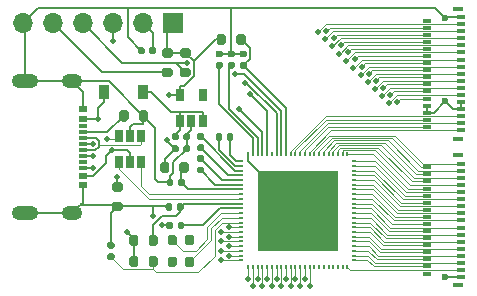
<source format=gtl>
G04 #@! TF.GenerationSoftware,KiCad,Pcbnew,5.1.7-a382d34a8~87~ubuntu20.04.1*
G04 #@! TF.CreationDate,2020-11-21T01:21:06+00:00*
G04 #@! TF.ProjectId,ILI2511-N7,494c4932-3531-4312-9d4e-372e6b696361,rev?*
G04 #@! TF.SameCoordinates,Original*
G04 #@! TF.FileFunction,Copper,L1,Top*
G04 #@! TF.FilePolarity,Positive*
%FSLAX46Y46*%
G04 Gerber Fmt 4.6, Leading zero omitted, Abs format (unit mm)*
G04 Created by KiCad (PCBNEW 5.1.7-a382d34a8~87~ubuntu20.04.1) date 2020-11-21 01:21:06*
%MOMM*%
%LPD*%
G01*
G04 APERTURE LIST*
G04 #@! TA.AperFunction,SMDPad,CuDef*
%ADD10R,1.700000X1.700000*%
G04 #@! TD*
G04 #@! TA.AperFunction,SMDPad,CuDef*
%ADD11R,0.200000X0.450000*%
G04 #@! TD*
G04 #@! TA.AperFunction,SMDPad,CuDef*
%ADD12O,0.200000X0.450000*%
G04 #@! TD*
G04 #@! TA.AperFunction,SMDPad,CuDef*
%ADD13R,0.450000X0.200000*%
G04 #@! TD*
G04 #@! TA.AperFunction,SMDPad,CuDef*
%ADD14R,0.800000X0.300000*%
G04 #@! TD*
G04 #@! TA.AperFunction,SMDPad,CuDef*
%ADD15R,0.650000X0.300000*%
G04 #@! TD*
G04 #@! TA.AperFunction,SMDPad,CuDef*
%ADD16R,0.950000X0.400000*%
G04 #@! TD*
G04 #@! TA.AperFunction,ComponentPad*
%ADD17O,2.250000X1.250000*%
G04 #@! TD*
G04 #@! TA.AperFunction,ComponentPad*
%ADD18O,1.750000X1.250000*%
G04 #@! TD*
G04 #@! TA.AperFunction,SMDPad,CuDef*
%ADD19R,0.800000X0.540000*%
G04 #@! TD*
G04 #@! TA.AperFunction,SMDPad,CuDef*
%ADD20R,0.650000X1.060000*%
G04 #@! TD*
G04 #@! TA.AperFunction,ComponentPad*
%ADD21O,1.700000X1.700000*%
G04 #@! TD*
G04 #@! TA.AperFunction,ComponentPad*
%ADD22R,1.700000X1.700000*%
G04 #@! TD*
G04 #@! TA.AperFunction,SMDPad,CuDef*
%ADD23R,0.900000X1.200000*%
G04 #@! TD*
G04 #@! TA.AperFunction,ViaPad*
%ADD24C,0.600000*%
G04 #@! TD*
G04 #@! TA.AperFunction,ViaPad*
%ADD25C,0.500000*%
G04 #@! TD*
G04 #@! TA.AperFunction,Conductor*
%ADD26C,0.200000*%
G04 #@! TD*
G04 #@! TA.AperFunction,Conductor*
%ADD27C,0.100000*%
G04 #@! TD*
G04 APERTURE END LIST*
D10*
X155900000Y-84430000D03*
X155900000Y-82730000D03*
X155900000Y-81030000D03*
X155900000Y-79330000D03*
X154200000Y-84430000D03*
X154200000Y-82730000D03*
X154200000Y-81030000D03*
X154200000Y-79330000D03*
X152500000Y-84430000D03*
X152500000Y-82730000D03*
X152500000Y-81030000D03*
X152500000Y-79330000D03*
X150800000Y-84430000D03*
X150800000Y-82730000D03*
X150800000Y-81030000D03*
X150800000Y-79330000D03*
D11*
X149150000Y-77105000D03*
X149550000Y-77105000D03*
X149950000Y-77105000D03*
X150350000Y-77105000D03*
X150750000Y-77105000D03*
X151150000Y-77105000D03*
X151550000Y-77105000D03*
X151950000Y-77105000D03*
X152350000Y-77105000D03*
X152750000Y-77105000D03*
X153150000Y-77105000D03*
X153550000Y-77105000D03*
X153950000Y-77105000D03*
D12*
X154350000Y-77105000D03*
X154750000Y-77105000D03*
D11*
X155150000Y-77105000D03*
X155550000Y-77105000D03*
X155950000Y-77105000D03*
X156350000Y-77105000D03*
X156750000Y-77105000D03*
X157150000Y-77105000D03*
X157550000Y-77105000D03*
D13*
X158125000Y-77680000D03*
X158125000Y-78080000D03*
X158125000Y-78480000D03*
X158125000Y-78880000D03*
X158125000Y-79280000D03*
X158125000Y-79680000D03*
X158125000Y-80080000D03*
X158125000Y-80480000D03*
X158125000Y-80880000D03*
X158125000Y-81280000D03*
X158125000Y-81680000D03*
X158125000Y-82080000D03*
X158125000Y-82480000D03*
X158125000Y-82880000D03*
X158125000Y-83280000D03*
X158125000Y-83680000D03*
X158125000Y-84080000D03*
X158125000Y-84480000D03*
X158125000Y-84880000D03*
X158125000Y-85280000D03*
X158125000Y-85680000D03*
X158125000Y-86080000D03*
D11*
X157550000Y-86655000D03*
X157150000Y-86655000D03*
X156750000Y-86655000D03*
X156350000Y-86655000D03*
X155950000Y-86655000D03*
X155550000Y-86655000D03*
X155150000Y-86655000D03*
X154750000Y-86655000D03*
X154350000Y-86655000D03*
X153950000Y-86655000D03*
X153550000Y-86655000D03*
X153150000Y-86655000D03*
X152750000Y-86655000D03*
X152350000Y-86655000D03*
X151950000Y-86655000D03*
X151550000Y-86655000D03*
X151150000Y-86655000D03*
X150750000Y-86655000D03*
X150350000Y-86655000D03*
X149950000Y-86655000D03*
X149550000Y-86655000D03*
X149150000Y-86655000D03*
D13*
X148575000Y-86080000D03*
X148575000Y-85680000D03*
X148575000Y-85280000D03*
X148575000Y-84880000D03*
X148575000Y-84480000D03*
X148575000Y-84080000D03*
X148575000Y-83680000D03*
X148575000Y-83280000D03*
X148575000Y-82880000D03*
X148575000Y-82480000D03*
X148575000Y-82080000D03*
X148575000Y-81680000D03*
X148575000Y-81280000D03*
X148575000Y-80880000D03*
X148575000Y-80480000D03*
X148575000Y-80080000D03*
X148575000Y-79680000D03*
X148575000Y-79280000D03*
X148575000Y-78880000D03*
X148575000Y-78480000D03*
X148575000Y-78080000D03*
X148575000Y-77680000D03*
D14*
X167200000Y-65480000D03*
D15*
X164325000Y-65780000D03*
D14*
X167200000Y-66080000D03*
D15*
X164325000Y-66380000D03*
D14*
X167200000Y-66680000D03*
D15*
X164325000Y-66980000D03*
D14*
X167200000Y-67280000D03*
D15*
X164325000Y-67580000D03*
D14*
X167200000Y-67880000D03*
D15*
X164325000Y-68180000D03*
D14*
X167200000Y-68480000D03*
D15*
X164325000Y-68780000D03*
D14*
X167200000Y-69080000D03*
D15*
X164325000Y-69380000D03*
D14*
X167200000Y-69680000D03*
D15*
X164325000Y-69980000D03*
D14*
X167200000Y-70280000D03*
D15*
X164325000Y-70580000D03*
D14*
X167200000Y-70880000D03*
D15*
X164325000Y-71180000D03*
D14*
X167200000Y-71480000D03*
D15*
X164325000Y-71780000D03*
D14*
X167200000Y-72080000D03*
D15*
X164325000Y-72380000D03*
D14*
X167200000Y-72680000D03*
D15*
X164325000Y-72980000D03*
D14*
X167200000Y-73280000D03*
D15*
X164325000Y-73580000D03*
D14*
X167200000Y-73880000D03*
D15*
X164325000Y-74180000D03*
D14*
X167200000Y-74480000D03*
D15*
X164325000Y-74780000D03*
D14*
X167200000Y-75080000D03*
D16*
X166925000Y-64780000D03*
X166925000Y-75780000D03*
D14*
X167150000Y-77900000D03*
D15*
X164275000Y-78200000D03*
D14*
X167150000Y-78500000D03*
D15*
X164275000Y-78800000D03*
D14*
X167150000Y-79100000D03*
D15*
X164275000Y-79400000D03*
D14*
X167150000Y-79700000D03*
D15*
X164275000Y-80000000D03*
D14*
X167150000Y-80300000D03*
D15*
X164275000Y-80600000D03*
D14*
X167150000Y-80900000D03*
D15*
X164275000Y-81200000D03*
D14*
X167150000Y-81500000D03*
D15*
X164275000Y-81800000D03*
D14*
X167150000Y-82100000D03*
D15*
X164275000Y-82400000D03*
D14*
X167150000Y-82700000D03*
D15*
X164275000Y-83000000D03*
D14*
X167150000Y-83300000D03*
D15*
X164275000Y-83600000D03*
D14*
X167150000Y-83900000D03*
D15*
X164275000Y-84200000D03*
D14*
X167150000Y-84500000D03*
D15*
X164275000Y-84800000D03*
D14*
X167150000Y-85100000D03*
D15*
X164275000Y-85400000D03*
D14*
X167150000Y-85700000D03*
D15*
X164275000Y-86000000D03*
D14*
X167150000Y-86300000D03*
D15*
X164275000Y-86600000D03*
D14*
X167150000Y-86900000D03*
D15*
X164275000Y-87200000D03*
D14*
X167150000Y-87500000D03*
D16*
X166875000Y-77200000D03*
X166875000Y-88200000D03*
G04 #@! TA.AperFunction,SMDPad,CuDef*
G36*
G01*
X143775000Y-86465000D02*
X143775000Y-85965000D01*
G75*
G02*
X143975000Y-85765000I200000J0D01*
G01*
X144375000Y-85765000D01*
G75*
G02*
X144575000Y-85965000I0J-200000D01*
G01*
X144575000Y-86465000D01*
G75*
G02*
X144375000Y-86665000I-200000J0D01*
G01*
X143975000Y-86665000D01*
G75*
G02*
X143775000Y-86465000I0J200000D01*
G01*
G37*
G04 #@! TD.AperFunction*
G04 #@! TA.AperFunction,SMDPad,CuDef*
G36*
G01*
X142325000Y-86465000D02*
X142325000Y-85965000D01*
G75*
G02*
X142525000Y-85765000I200000J0D01*
G01*
X142925000Y-85765000D01*
G75*
G02*
X143125000Y-85965000I0J-200000D01*
G01*
X143125000Y-86465000D01*
G75*
G02*
X142925000Y-86665000I-200000J0D01*
G01*
X142525000Y-86665000D01*
G75*
G02*
X142325000Y-86465000I0J200000D01*
G01*
G37*
G04 #@! TD.AperFunction*
G04 #@! TA.AperFunction,SMDPad,CuDef*
G36*
G01*
X143775000Y-84615000D02*
X143775000Y-84115000D01*
G75*
G02*
X143975000Y-83915000I200000J0D01*
G01*
X144375000Y-83915000D01*
G75*
G02*
X144575000Y-84115000I0J-200000D01*
G01*
X144575000Y-84615000D01*
G75*
G02*
X144375000Y-84815000I-200000J0D01*
G01*
X143975000Y-84815000D01*
G75*
G02*
X143775000Y-84615000I0J200000D01*
G01*
G37*
G04 #@! TD.AperFunction*
G04 #@! TA.AperFunction,SMDPad,CuDef*
G36*
G01*
X142325000Y-84615000D02*
X142325000Y-84115000D01*
G75*
G02*
X142525000Y-83915000I200000J0D01*
G01*
X142925000Y-83915000D01*
G75*
G02*
X143125000Y-84115000I0J-200000D01*
G01*
X143125000Y-84615000D01*
G75*
G02*
X142925000Y-84815000I-200000J0D01*
G01*
X142525000Y-84815000D01*
G75*
G02*
X142325000Y-84615000I0J200000D01*
G01*
G37*
G04 #@! TD.AperFunction*
G04 #@! TA.AperFunction,SMDPad,CuDef*
G36*
G01*
X147280000Y-67105000D02*
X147280000Y-67655000D01*
G75*
G02*
X147080000Y-67855000I-200000J0D01*
G01*
X146680000Y-67855000D01*
G75*
G02*
X146480000Y-67655000I0J200000D01*
G01*
X146480000Y-67105000D01*
G75*
G02*
X146680000Y-66905000I200000J0D01*
G01*
X147080000Y-66905000D01*
G75*
G02*
X147280000Y-67105000I0J-200000D01*
G01*
G37*
G04 #@! TD.AperFunction*
G04 #@! TA.AperFunction,SMDPad,CuDef*
G36*
G01*
X148930000Y-67105000D02*
X148930000Y-67655000D01*
G75*
G02*
X148730000Y-67855000I-200000J0D01*
G01*
X148330000Y-67855000D01*
G75*
G02*
X148130000Y-67655000I0J200000D01*
G01*
X148130000Y-67105000D01*
G75*
G02*
X148330000Y-66905000I200000J0D01*
G01*
X148730000Y-66905000D01*
G75*
G02*
X148930000Y-67105000I0J-200000D01*
G01*
G37*
G04 #@! TD.AperFunction*
G04 #@! TA.AperFunction,SMDPad,CuDef*
G36*
G01*
X140770000Y-68500000D02*
X140770000Y-68160000D01*
G75*
G02*
X140910000Y-68020000I140000J0D01*
G01*
X141190000Y-68020000D01*
G75*
G02*
X141330000Y-68160000I0J-140000D01*
G01*
X141330000Y-68500000D01*
G75*
G02*
X141190000Y-68640000I-140000J0D01*
G01*
X140910000Y-68640000D01*
G75*
G02*
X140770000Y-68500000I0J140000D01*
G01*
G37*
G04 #@! TD.AperFunction*
G04 #@! TA.AperFunction,SMDPad,CuDef*
G36*
G01*
X139810000Y-68500000D02*
X139810000Y-68160000D01*
G75*
G02*
X139950000Y-68020000I140000J0D01*
G01*
X140230000Y-68020000D01*
G75*
G02*
X140370000Y-68160000I0J-140000D01*
G01*
X140370000Y-68500000D01*
G75*
G02*
X140230000Y-68640000I-140000J0D01*
G01*
X139950000Y-68640000D01*
G75*
G02*
X139810000Y-68500000I0J140000D01*
G01*
G37*
G04 #@! TD.AperFunction*
G04 #@! TA.AperFunction,SMDPad,CuDef*
G36*
G01*
X147540000Y-69290000D02*
X147880000Y-69290000D01*
G75*
G02*
X148020000Y-69430000I0J-140000D01*
G01*
X148020000Y-69710000D01*
G75*
G02*
X147880000Y-69850000I-140000J0D01*
G01*
X147540000Y-69850000D01*
G75*
G02*
X147400000Y-69710000I0J140000D01*
G01*
X147400000Y-69430000D01*
G75*
G02*
X147540000Y-69290000I140000J0D01*
G01*
G37*
G04 #@! TD.AperFunction*
G04 #@! TA.AperFunction,SMDPad,CuDef*
G36*
G01*
X147540000Y-68330000D02*
X147880000Y-68330000D01*
G75*
G02*
X148020000Y-68470000I0J-140000D01*
G01*
X148020000Y-68750000D01*
G75*
G02*
X147880000Y-68890000I-140000J0D01*
G01*
X147540000Y-68890000D01*
G75*
G02*
X147400000Y-68750000I0J140000D01*
G01*
X147400000Y-68470000D01*
G75*
G02*
X147540000Y-68330000I140000J0D01*
G01*
G37*
G04 #@! TD.AperFunction*
G04 #@! TA.AperFunction,SMDPad,CuDef*
G36*
G01*
X148560000Y-69290000D02*
X148900000Y-69290000D01*
G75*
G02*
X149040000Y-69430000I0J-140000D01*
G01*
X149040000Y-69710000D01*
G75*
G02*
X148900000Y-69850000I-140000J0D01*
G01*
X148560000Y-69850000D01*
G75*
G02*
X148420000Y-69710000I0J140000D01*
G01*
X148420000Y-69430000D01*
G75*
G02*
X148560000Y-69290000I140000J0D01*
G01*
G37*
G04 #@! TD.AperFunction*
G04 #@! TA.AperFunction,SMDPad,CuDef*
G36*
G01*
X148560000Y-68330000D02*
X148900000Y-68330000D01*
G75*
G02*
X149040000Y-68470000I0J-140000D01*
G01*
X149040000Y-68750000D01*
G75*
G02*
X148900000Y-68890000I-140000J0D01*
G01*
X148560000Y-68890000D01*
G75*
G02*
X148420000Y-68750000I0J140000D01*
G01*
X148420000Y-68470000D01*
G75*
G02*
X148560000Y-68330000I140000J0D01*
G01*
G37*
G04 #@! TD.AperFunction*
G04 #@! TA.AperFunction,SMDPad,CuDef*
G36*
G01*
X146520000Y-69290000D02*
X146860000Y-69290000D01*
G75*
G02*
X147000000Y-69430000I0J-140000D01*
G01*
X147000000Y-69710000D01*
G75*
G02*
X146860000Y-69850000I-140000J0D01*
G01*
X146520000Y-69850000D01*
G75*
G02*
X146380000Y-69710000I0J140000D01*
G01*
X146380000Y-69430000D01*
G75*
G02*
X146520000Y-69290000I140000J0D01*
G01*
G37*
G04 #@! TD.AperFunction*
G04 #@! TA.AperFunction,SMDPad,CuDef*
G36*
G01*
X146520000Y-68330000D02*
X146860000Y-68330000D01*
G75*
G02*
X147000000Y-68470000I0J-140000D01*
G01*
X147000000Y-68750000D01*
G75*
G02*
X146860000Y-68890000I-140000J0D01*
G01*
X146520000Y-68890000D01*
G75*
G02*
X146380000Y-68750000I0J140000D01*
G01*
X146380000Y-68470000D01*
G75*
G02*
X146520000Y-68330000I140000J0D01*
G01*
G37*
G04 #@! TD.AperFunction*
D17*
X130220000Y-70900000D03*
D18*
X134220000Y-70924400D03*
X134220000Y-82100000D03*
D17*
X130220000Y-82050000D03*
D14*
X135120000Y-78250000D03*
X135120000Y-75250000D03*
X135120000Y-76250000D03*
X135120000Y-76750000D03*
X135120000Y-75750000D03*
X135120000Y-77250000D03*
D19*
X135120000Y-78900000D03*
X135120000Y-74100000D03*
X135120000Y-73300000D03*
X135120000Y-79700000D03*
D14*
X135120000Y-77750000D03*
X135120000Y-74742000D03*
D20*
X140080000Y-75520000D03*
X139130000Y-75520000D03*
X138180000Y-75520000D03*
X138180000Y-77720000D03*
X140080000Y-77720000D03*
X139130000Y-77720000D03*
X143390000Y-72080000D03*
X145290000Y-72080000D03*
X145290000Y-74280000D03*
X144340000Y-74280000D03*
X143390000Y-74280000D03*
G04 #@! TA.AperFunction,SMDPad,CuDef*
G36*
G01*
X142557000Y-68919600D02*
X142007000Y-68919600D01*
G75*
G02*
X141807000Y-68719600I0J200000D01*
G01*
X141807000Y-68319600D01*
G75*
G02*
X142007000Y-68119600I200000J0D01*
G01*
X142557000Y-68119600D01*
G75*
G02*
X142757000Y-68319600I0J-200000D01*
G01*
X142757000Y-68719600D01*
G75*
G02*
X142557000Y-68919600I-200000J0D01*
G01*
G37*
G04 #@! TD.AperFunction*
G04 #@! TA.AperFunction,SMDPad,CuDef*
G36*
G01*
X142557000Y-70569600D02*
X142007000Y-70569600D01*
G75*
G02*
X141807000Y-70369600I0J200000D01*
G01*
X141807000Y-69969600D01*
G75*
G02*
X142007000Y-69769600I200000J0D01*
G01*
X142557000Y-69769600D01*
G75*
G02*
X142757000Y-69969600I0J-200000D01*
G01*
X142757000Y-70369600D01*
G75*
G02*
X142557000Y-70569600I-200000J0D01*
G01*
G37*
G04 #@! TD.AperFunction*
G04 #@! TA.AperFunction,SMDPad,CuDef*
G36*
G01*
X144097000Y-70569600D02*
X143547000Y-70569600D01*
G75*
G02*
X143347000Y-70369600I0J200000D01*
G01*
X143347000Y-69969600D01*
G75*
G02*
X143547000Y-69769600I200000J0D01*
G01*
X144097000Y-69769600D01*
G75*
G02*
X144297000Y-69969600I0J-200000D01*
G01*
X144297000Y-70369600D01*
G75*
G02*
X144097000Y-70569600I-200000J0D01*
G01*
G37*
G04 #@! TD.AperFunction*
G04 #@! TA.AperFunction,SMDPad,CuDef*
G36*
G01*
X144097000Y-68919600D02*
X143547000Y-68919600D01*
G75*
G02*
X143347000Y-68719600I0J200000D01*
G01*
X143347000Y-68319600D01*
G75*
G02*
X143547000Y-68119600I200000J0D01*
G01*
X144097000Y-68119600D01*
G75*
G02*
X144297000Y-68319600I0J-200000D01*
G01*
X144297000Y-68719600D01*
G75*
G02*
X144097000Y-68919600I-200000J0D01*
G01*
G37*
G04 #@! TD.AperFunction*
G04 #@! TA.AperFunction,SMDPad,CuDef*
G36*
G01*
X137785000Y-81115000D02*
X138335000Y-81115000D01*
G75*
G02*
X138535000Y-81315000I0J-200000D01*
G01*
X138535000Y-81715000D01*
G75*
G02*
X138335000Y-81915000I-200000J0D01*
G01*
X137785000Y-81915000D01*
G75*
G02*
X137585000Y-81715000I0J200000D01*
G01*
X137585000Y-81315000D01*
G75*
G02*
X137785000Y-81115000I200000J0D01*
G01*
G37*
G04 #@! TD.AperFunction*
G04 #@! TA.AperFunction,SMDPad,CuDef*
G36*
G01*
X137785000Y-79465000D02*
X138335000Y-79465000D01*
G75*
G02*
X138535000Y-79665000I0J-200000D01*
G01*
X138535000Y-80065000D01*
G75*
G02*
X138335000Y-80265000I-200000J0D01*
G01*
X137785000Y-80265000D01*
G75*
G02*
X137585000Y-80065000I0J200000D01*
G01*
X137585000Y-79665000D01*
G75*
G02*
X137785000Y-79465000I200000J0D01*
G01*
G37*
G04 #@! TD.AperFunction*
G04 #@! TA.AperFunction,SMDPad,CuDef*
G36*
G01*
X139875000Y-74125000D02*
X139875000Y-73575000D01*
G75*
G02*
X140075000Y-73375000I200000J0D01*
G01*
X140475000Y-73375000D01*
G75*
G02*
X140675000Y-73575000I0J-200000D01*
G01*
X140675000Y-74125000D01*
G75*
G02*
X140475000Y-74325000I-200000J0D01*
G01*
X140075000Y-74325000D01*
G75*
G02*
X139875000Y-74125000I0J200000D01*
G01*
G37*
G04 #@! TD.AperFunction*
G04 #@! TA.AperFunction,SMDPad,CuDef*
G36*
G01*
X138225000Y-74125000D02*
X138225000Y-73575000D01*
G75*
G02*
X138425000Y-73375000I200000J0D01*
G01*
X138825000Y-73375000D01*
G75*
G02*
X139025000Y-73575000I0J-200000D01*
G01*
X139025000Y-74125000D01*
G75*
G02*
X138825000Y-74325000I-200000J0D01*
G01*
X138425000Y-74325000D01*
G75*
G02*
X138225000Y-74125000I0J200000D01*
G01*
G37*
G04 #@! TD.AperFunction*
G04 #@! TA.AperFunction,SMDPad,CuDef*
G36*
G01*
X139855000Y-85915000D02*
X139855000Y-86465000D01*
G75*
G02*
X139655000Y-86665000I-200000J0D01*
G01*
X139255000Y-86665000D01*
G75*
G02*
X139055000Y-86465000I0J200000D01*
G01*
X139055000Y-85915000D01*
G75*
G02*
X139255000Y-85715000I200000J0D01*
G01*
X139655000Y-85715000D01*
G75*
G02*
X139855000Y-85915000I0J-200000D01*
G01*
G37*
G04 #@! TD.AperFunction*
G04 #@! TA.AperFunction,SMDPad,CuDef*
G36*
G01*
X141505000Y-85915000D02*
X141505000Y-86465000D01*
G75*
G02*
X141305000Y-86665000I-200000J0D01*
G01*
X140905000Y-86665000D01*
G75*
G02*
X140705000Y-86465000I0J200000D01*
G01*
X140705000Y-85915000D01*
G75*
G02*
X140905000Y-85715000I200000J0D01*
G01*
X141305000Y-85715000D01*
G75*
G02*
X141505000Y-85915000I0J-200000D01*
G01*
G37*
G04 #@! TD.AperFunction*
G04 #@! TA.AperFunction,SMDPad,CuDef*
G36*
G01*
X139855000Y-84115000D02*
X139855000Y-84665000D01*
G75*
G02*
X139655000Y-84865000I-200000J0D01*
G01*
X139255000Y-84865000D01*
G75*
G02*
X139055000Y-84665000I0J200000D01*
G01*
X139055000Y-84115000D01*
G75*
G02*
X139255000Y-83915000I200000J0D01*
G01*
X139655000Y-83915000D01*
G75*
G02*
X139855000Y-84115000I0J-200000D01*
G01*
G37*
G04 #@! TD.AperFunction*
G04 #@! TA.AperFunction,SMDPad,CuDef*
G36*
G01*
X141505000Y-84115000D02*
X141505000Y-84665000D01*
G75*
G02*
X141305000Y-84865000I-200000J0D01*
G01*
X140905000Y-84865000D01*
G75*
G02*
X140705000Y-84665000I0J200000D01*
G01*
X140705000Y-84115000D01*
G75*
G02*
X140905000Y-83915000I200000J0D01*
G01*
X141305000Y-83915000D01*
G75*
G02*
X141505000Y-84115000I0J-200000D01*
G01*
G37*
G04 #@! TD.AperFunction*
G04 #@! TA.AperFunction,SMDPad,CuDef*
G36*
G01*
X142475000Y-77935000D02*
X142475000Y-78485000D01*
G75*
G02*
X142275000Y-78685000I-200000J0D01*
G01*
X141875000Y-78685000D01*
G75*
G02*
X141675000Y-78485000I0J200000D01*
G01*
X141675000Y-77935000D01*
G75*
G02*
X141875000Y-77735000I200000J0D01*
G01*
X142275000Y-77735000D01*
G75*
G02*
X142475000Y-77935000I0J-200000D01*
G01*
G37*
G04 #@! TD.AperFunction*
G04 #@! TA.AperFunction,SMDPad,CuDef*
G36*
G01*
X144125000Y-77935000D02*
X144125000Y-78485000D01*
G75*
G02*
X143925000Y-78685000I-200000J0D01*
G01*
X143525000Y-78685000D01*
G75*
G02*
X143325000Y-78485000I0J200000D01*
G01*
X143325000Y-77935000D01*
G75*
G02*
X143525000Y-77735000I200000J0D01*
G01*
X143925000Y-77735000D01*
G75*
G02*
X144125000Y-77935000I0J-200000D01*
G01*
G37*
G04 #@! TD.AperFunction*
D21*
X130050000Y-66000000D03*
X132590000Y-66000000D03*
X135130000Y-66000000D03*
X137670000Y-66000000D03*
X140210000Y-66000000D03*
D22*
X142750000Y-66000000D03*
D23*
X136930000Y-71850000D03*
X140230000Y-71850000D03*
G04 #@! TA.AperFunction,SMDPad,CuDef*
G36*
G01*
X143650000Y-76800000D02*
X143650000Y-76460000D01*
G75*
G02*
X143790000Y-76320000I140000J0D01*
G01*
X144070000Y-76320000D01*
G75*
G02*
X144210000Y-76460000I0J-140000D01*
G01*
X144210000Y-76800000D01*
G75*
G02*
X144070000Y-76940000I-140000J0D01*
G01*
X143790000Y-76940000D01*
G75*
G02*
X143650000Y-76800000I0J140000D01*
G01*
G37*
G04 #@! TD.AperFunction*
G04 #@! TA.AperFunction,SMDPad,CuDef*
G36*
G01*
X142690000Y-76800000D02*
X142690000Y-76460000D01*
G75*
G02*
X142830000Y-76320000I140000J0D01*
G01*
X143110000Y-76320000D01*
G75*
G02*
X143250000Y-76460000I0J-140000D01*
G01*
X143250000Y-76800000D01*
G75*
G02*
X143110000Y-76940000I-140000J0D01*
G01*
X142830000Y-76940000D01*
G75*
G02*
X142690000Y-76800000I0J140000D01*
G01*
G37*
G04 #@! TD.AperFunction*
G04 #@! TA.AperFunction,SMDPad,CuDef*
G36*
G01*
X143650000Y-75790000D02*
X143650000Y-75450000D01*
G75*
G02*
X143790000Y-75310000I140000J0D01*
G01*
X144070000Y-75310000D01*
G75*
G02*
X144210000Y-75450000I0J-140000D01*
G01*
X144210000Y-75790000D01*
G75*
G02*
X144070000Y-75930000I-140000J0D01*
G01*
X143790000Y-75930000D01*
G75*
G02*
X143650000Y-75790000I0J140000D01*
G01*
G37*
G04 #@! TD.AperFunction*
G04 #@! TA.AperFunction,SMDPad,CuDef*
G36*
G01*
X142690000Y-75790000D02*
X142690000Y-75450000D01*
G75*
G02*
X142830000Y-75310000I140000J0D01*
G01*
X143110000Y-75310000D01*
G75*
G02*
X143250000Y-75450000I0J-140000D01*
G01*
X143250000Y-75790000D01*
G75*
G02*
X143110000Y-75930000I-140000J0D01*
G01*
X142830000Y-75930000D01*
G75*
G02*
X142690000Y-75790000I0J140000D01*
G01*
G37*
G04 #@! TD.AperFunction*
G04 #@! TA.AperFunction,SMDPad,CuDef*
G36*
G01*
X144940000Y-78160000D02*
X145280000Y-78160000D01*
G75*
G02*
X145420000Y-78300000I0J-140000D01*
G01*
X145420000Y-78580000D01*
G75*
G02*
X145280000Y-78720000I-140000J0D01*
G01*
X144940000Y-78720000D01*
G75*
G02*
X144800000Y-78580000I0J140000D01*
G01*
X144800000Y-78300000D01*
G75*
G02*
X144940000Y-78160000I140000J0D01*
G01*
G37*
G04 #@! TD.AperFunction*
G04 #@! TA.AperFunction,SMDPad,CuDef*
G36*
G01*
X144940000Y-77200000D02*
X145280000Y-77200000D01*
G75*
G02*
X145420000Y-77340000I0J-140000D01*
G01*
X145420000Y-77620000D01*
G75*
G02*
X145280000Y-77760000I-140000J0D01*
G01*
X144940000Y-77760000D01*
G75*
G02*
X144800000Y-77620000I0J140000D01*
G01*
X144800000Y-77340000D01*
G75*
G02*
X144940000Y-77200000I140000J0D01*
G01*
G37*
G04 #@! TD.AperFunction*
G04 #@! TA.AperFunction,SMDPad,CuDef*
G36*
G01*
X144940000Y-75310000D02*
X145280000Y-75310000D01*
G75*
G02*
X145420000Y-75450000I0J-140000D01*
G01*
X145420000Y-75730000D01*
G75*
G02*
X145280000Y-75870000I-140000J0D01*
G01*
X144940000Y-75870000D01*
G75*
G02*
X144800000Y-75730000I0J140000D01*
G01*
X144800000Y-75450000D01*
G75*
G02*
X144940000Y-75310000I140000J0D01*
G01*
G37*
G04 #@! TD.AperFunction*
G04 #@! TA.AperFunction,SMDPad,CuDef*
G36*
G01*
X144940000Y-76270000D02*
X145280000Y-76270000D01*
G75*
G02*
X145420000Y-76410000I0J-140000D01*
G01*
X145420000Y-76690000D01*
G75*
G02*
X145280000Y-76830000I-140000J0D01*
G01*
X144940000Y-76830000D01*
G75*
G02*
X144800000Y-76690000I0J140000D01*
G01*
X144800000Y-76410000D01*
G75*
G02*
X144940000Y-76270000I140000J0D01*
G01*
G37*
G04 #@! TD.AperFunction*
G04 #@! TA.AperFunction,SMDPad,CuDef*
G36*
G01*
X146940000Y-75460000D02*
X146940000Y-75800000D01*
G75*
G02*
X146800000Y-75940000I-140000J0D01*
G01*
X146520000Y-75940000D01*
G75*
G02*
X146380000Y-75800000I0J140000D01*
G01*
X146380000Y-75460000D01*
G75*
G02*
X146520000Y-75320000I140000J0D01*
G01*
X146800000Y-75320000D01*
G75*
G02*
X146940000Y-75460000I0J-140000D01*
G01*
G37*
G04 #@! TD.AperFunction*
G04 #@! TA.AperFunction,SMDPad,CuDef*
G36*
G01*
X147900000Y-75460000D02*
X147900000Y-75800000D01*
G75*
G02*
X147760000Y-75940000I-140000J0D01*
G01*
X147480000Y-75940000D01*
G75*
G02*
X147340000Y-75800000I0J140000D01*
G01*
X147340000Y-75460000D01*
G75*
G02*
X147480000Y-75320000I140000J0D01*
G01*
X147760000Y-75320000D01*
G75*
G02*
X147900000Y-75460000I0J-140000D01*
G01*
G37*
G04 #@! TD.AperFunction*
G04 #@! TA.AperFunction,SMDPad,CuDef*
G36*
G01*
X142780000Y-82950000D02*
X142780000Y-83290000D01*
G75*
G02*
X142640000Y-83430000I-140000J0D01*
G01*
X142360000Y-83430000D01*
G75*
G02*
X142220000Y-83290000I0J140000D01*
G01*
X142220000Y-82950000D01*
G75*
G02*
X142360000Y-82810000I140000J0D01*
G01*
X142640000Y-82810000D01*
G75*
G02*
X142780000Y-82950000I0J-140000D01*
G01*
G37*
G04 #@! TD.AperFunction*
G04 #@! TA.AperFunction,SMDPad,CuDef*
G36*
G01*
X143740000Y-82950000D02*
X143740000Y-83290000D01*
G75*
G02*
X143600000Y-83430000I-140000J0D01*
G01*
X143320000Y-83430000D01*
G75*
G02*
X143180000Y-83290000I0J140000D01*
G01*
X143180000Y-82950000D01*
G75*
G02*
X143320000Y-82810000I140000J0D01*
G01*
X143600000Y-82810000D01*
G75*
G02*
X143740000Y-82950000I0J-140000D01*
G01*
G37*
G04 #@! TD.AperFunction*
G04 #@! TA.AperFunction,SMDPad,CuDef*
G36*
G01*
X137350000Y-85490000D02*
X137690000Y-85490000D01*
G75*
G02*
X137830000Y-85630000I0J-140000D01*
G01*
X137830000Y-85910000D01*
G75*
G02*
X137690000Y-86050000I-140000J0D01*
G01*
X137350000Y-86050000D01*
G75*
G02*
X137210000Y-85910000I0J140000D01*
G01*
X137210000Y-85630000D01*
G75*
G02*
X137350000Y-85490000I140000J0D01*
G01*
G37*
G04 #@! TD.AperFunction*
G04 #@! TA.AperFunction,SMDPad,CuDef*
G36*
G01*
X137350000Y-84530000D02*
X137690000Y-84530000D01*
G75*
G02*
X137830000Y-84670000I0J-140000D01*
G01*
X137830000Y-84950000D01*
G75*
G02*
X137690000Y-85090000I-140000J0D01*
G01*
X137350000Y-85090000D01*
G75*
G02*
X137210000Y-84950000I0J140000D01*
G01*
X137210000Y-84670000D01*
G75*
G02*
X137350000Y-84530000I140000J0D01*
G01*
G37*
G04 #@! TD.AperFunction*
G04 #@! TA.AperFunction,SMDPad,CuDef*
G36*
G01*
X143210000Y-79650000D02*
X143210000Y-79310000D01*
G75*
G02*
X143350000Y-79170000I140000J0D01*
G01*
X143630000Y-79170000D01*
G75*
G02*
X143770000Y-79310000I0J-140000D01*
G01*
X143770000Y-79650000D01*
G75*
G02*
X143630000Y-79790000I-140000J0D01*
G01*
X143350000Y-79790000D01*
G75*
G02*
X143210000Y-79650000I0J140000D01*
G01*
G37*
G04 #@! TD.AperFunction*
G04 #@! TA.AperFunction,SMDPad,CuDef*
G36*
G01*
X142250000Y-79650000D02*
X142250000Y-79310000D01*
G75*
G02*
X142390000Y-79170000I140000J0D01*
G01*
X142670000Y-79170000D01*
G75*
G02*
X142810000Y-79310000I0J-140000D01*
G01*
X142810000Y-79650000D01*
G75*
G02*
X142670000Y-79790000I-140000J0D01*
G01*
X142390000Y-79790000D01*
G75*
G02*
X142250000Y-79650000I0J140000D01*
G01*
G37*
G04 #@! TD.AperFunction*
G04 #@! TA.AperFunction,SMDPad,CuDef*
G36*
G01*
X143110000Y-81730000D02*
X143110000Y-81390000D01*
G75*
G02*
X143250000Y-81250000I140000J0D01*
G01*
X143530000Y-81250000D01*
G75*
G02*
X143670000Y-81390000I0J-140000D01*
G01*
X143670000Y-81730000D01*
G75*
G02*
X143530000Y-81870000I-140000J0D01*
G01*
X143250000Y-81870000D01*
G75*
G02*
X143110000Y-81730000I0J140000D01*
G01*
G37*
G04 #@! TD.AperFunction*
G04 #@! TA.AperFunction,SMDPad,CuDef*
G36*
G01*
X142150000Y-81730000D02*
X142150000Y-81390000D01*
G75*
G02*
X142290000Y-81250000I140000J0D01*
G01*
X142570000Y-81250000D01*
G75*
G02*
X142710000Y-81390000I0J-140000D01*
G01*
X142710000Y-81730000D01*
G75*
G02*
X142570000Y-81870000I-140000J0D01*
G01*
X142290000Y-81870000D01*
G75*
G02*
X142150000Y-81730000I0J140000D01*
G01*
G37*
G04 #@! TD.AperFunction*
D24*
X155920000Y-84200000D03*
X165780000Y-87500000D03*
X165810000Y-72630000D03*
X165810000Y-65580000D03*
X155940000Y-79250000D03*
D25*
X141870000Y-83110000D03*
X141100000Y-82350000D03*
X148064500Y-70273700D03*
X138869100Y-83704900D03*
X142240000Y-75890000D03*
X142400000Y-72080000D03*
X136417700Y-74084500D03*
X137654600Y-76720000D03*
X161760000Y-72640000D03*
X154350000Y-88250000D03*
X161060000Y-72770000D03*
X153950000Y-87660000D03*
X153550000Y-88250000D03*
X161170000Y-72070000D03*
X160460000Y-72170000D03*
X153150000Y-87660000D03*
X152750000Y-88250000D03*
X160570000Y-71470000D03*
X152350000Y-87660000D03*
X159860000Y-71570000D03*
X159970000Y-70870000D03*
X151950000Y-88250000D03*
X151550000Y-87660000D03*
X159260000Y-70970000D03*
X151150000Y-88250000D03*
X159370000Y-70270000D03*
X150750000Y-87660000D03*
X158660000Y-70370000D03*
X150350000Y-88250000D03*
X158770000Y-69670000D03*
X158060000Y-69770000D03*
X149950000Y-87660000D03*
X158170000Y-69070000D03*
X149550000Y-88250000D03*
X149150000Y-87660000D03*
X157460000Y-69170000D03*
X146820000Y-86080000D03*
X157570000Y-68470000D03*
X147560000Y-85680000D03*
X156860000Y-68570000D03*
X146820000Y-85280000D03*
X156970000Y-67870000D03*
X147560000Y-84880000D03*
X156260000Y-67970000D03*
X156370000Y-67270000D03*
X146820000Y-84480000D03*
X155660000Y-67370000D03*
X147560000Y-84080000D03*
X146820000Y-83680000D03*
X155770000Y-66670000D03*
X155060000Y-66770000D03*
X147560000Y-83280000D03*
X149291600Y-71972000D03*
X148347500Y-73238200D03*
X143998700Y-69360000D03*
X148848700Y-71040800D03*
X137670000Y-67470000D03*
X138060000Y-79010000D03*
X136030000Y-78240000D03*
X137179600Y-75829600D03*
X136040000Y-77250000D03*
X136040000Y-76260000D03*
D26*
X141105000Y-84390000D02*
X141105000Y-83114200D01*
X141105000Y-83114200D02*
X141879000Y-82340000D01*
X141879000Y-82340000D02*
X143000000Y-82340000D01*
X143000000Y-82340000D02*
X143390000Y-81950000D01*
X143390000Y-81950000D02*
X143390000Y-81560000D01*
X148575000Y-81280000D02*
X143670000Y-81280000D01*
X143670000Y-81280000D02*
X143390000Y-81560000D01*
X150800000Y-79330000D02*
X150800000Y-79979700D01*
X152500000Y-79330000D02*
X150800000Y-79330000D01*
X152500000Y-81030000D02*
X151449700Y-81030000D01*
X150800000Y-80504800D02*
X150924500Y-80504800D01*
X150924500Y-80504800D02*
X151449700Y-81030000D01*
X150800000Y-80504800D02*
X150800000Y-79979700D01*
X150800000Y-81030000D02*
X150800000Y-80504800D01*
X155900000Y-79317500D02*
X155940000Y-79277500D01*
X155940000Y-79277500D02*
X155940000Y-79250000D01*
X155900000Y-79317500D02*
X155900000Y-79310000D01*
X155900000Y-79325000D02*
X155900000Y-79317500D01*
X154200000Y-79330000D02*
X155250300Y-79330000D01*
X155900000Y-79325000D02*
X155255300Y-79325000D01*
X155255300Y-79325000D02*
X155250300Y-79330000D01*
X155900000Y-79330000D02*
X155900000Y-79325000D01*
X155900000Y-84430000D02*
X155250300Y-84430000D01*
X154200000Y-84430000D02*
X155250300Y-84430000D01*
X155920000Y-84200000D02*
X155900000Y-84220000D01*
X155900000Y-84220000D02*
X155900000Y-84430000D01*
X155250300Y-81030000D02*
X155900000Y-81030000D01*
X154200000Y-81030000D02*
X155250300Y-81030000D01*
X155250300Y-81030000D02*
X155250300Y-82730000D01*
X155900000Y-82730000D02*
X155250300Y-82730000D01*
X155900000Y-82730000D02*
X155900000Y-84180000D01*
X155900000Y-84180000D02*
X155920000Y-84200000D01*
X154200000Y-82730000D02*
X155250300Y-82730000D01*
X154200000Y-79330000D02*
X152500000Y-79330000D01*
X147705000Y-64730000D02*
X147705000Y-68605000D01*
X147705000Y-68605000D02*
X147710000Y-68610000D01*
X147705000Y-64730000D02*
X138930000Y-64730000D01*
X165810000Y-65580000D02*
X164960000Y-64730000D01*
X164960000Y-64730000D02*
X147705000Y-64730000D01*
X140244100Y-74526200D02*
X139393500Y-74526200D01*
X139393500Y-74526200D02*
X139130000Y-74789700D01*
X140275000Y-73850000D02*
X140244100Y-73880900D01*
X140244100Y-73880900D02*
X140244100Y-74526200D01*
X142530000Y-78976100D02*
X142530000Y-79480000D01*
X143930000Y-76630000D02*
X142793700Y-77766300D01*
X142793700Y-77766300D02*
X142793700Y-78712400D01*
X142793700Y-78712400D02*
X142530000Y-78976100D01*
X139130000Y-75520000D02*
X139130000Y-74789700D01*
X134236000Y-82075000D02*
X134481000Y-82075000D01*
X133719000Y-82075300D02*
X133719000Y-82075000D01*
X133719000Y-82075000D02*
X134235000Y-82075000D01*
X134235000Y-82075000D02*
X134236000Y-82075300D01*
X134236000Y-82075300D02*
X134236000Y-82075000D01*
X134557500Y-81762500D02*
X134548500Y-81762500D01*
X134548500Y-81762500D02*
X134236000Y-82075000D01*
X134557500Y-81762500D02*
X134895000Y-81425000D01*
X134220000Y-82100000D02*
X134557500Y-81762500D01*
X130245000Y-82075000D02*
X130220000Y-82050000D01*
X134220000Y-82100000D02*
X130270000Y-82100000D01*
X130270000Y-82100000D02*
X130245000Y-82075000D01*
X130245000Y-82075300D02*
X130692000Y-82075300D01*
X129473000Y-82075600D02*
X129752000Y-82075600D01*
X129752000Y-82075600D02*
X129753000Y-82075300D01*
X129753000Y-82075300D02*
X130245000Y-82075300D01*
X130245000Y-82075000D02*
X130245000Y-82075300D01*
X134481000Y-70924500D02*
X137349500Y-70924500D01*
X137349500Y-70924500D02*
X140275000Y-73850000D01*
X134481000Y-70924500D02*
X134481000Y-70924700D01*
X134481000Y-70924700D02*
X133982000Y-70924700D01*
X133982000Y-70924700D02*
X133982000Y-70924400D01*
X134481000Y-70924400D02*
X134481000Y-70924500D01*
X152500000Y-84430000D02*
X154200000Y-84430000D01*
X152500000Y-82730000D02*
X154200000Y-82730000D01*
X150800000Y-84430000D02*
X152500000Y-84430000D01*
X150800000Y-82730000D02*
X152500000Y-82730000D01*
X146690000Y-68610000D02*
X147710000Y-68610000D01*
X148730000Y-68610000D02*
X147710000Y-68610000D01*
X142189000Y-81560000D02*
X142430000Y-81560000D01*
X144340000Y-74280000D02*
X144340000Y-75010300D01*
X143930000Y-75620000D02*
X143930000Y-75420300D01*
X143930000Y-75420300D02*
X144340000Y-75010300D01*
X143930000Y-76630000D02*
X143930000Y-75620000D01*
X134895000Y-81425000D02*
X137970000Y-81425000D01*
X137970000Y-81425000D02*
X138060000Y-81515000D01*
X134895000Y-81425000D02*
X135120000Y-81200000D01*
X135120000Y-81200000D02*
X135120000Y-79700000D01*
X149150000Y-77105000D02*
X149150000Y-77680000D01*
X149150000Y-77680000D02*
X150800000Y-79330000D01*
X130232000Y-70924700D02*
X129486000Y-70924700D01*
X129486000Y-70924700D02*
X129486000Y-70925000D01*
X130705000Y-70924700D02*
X130232000Y-70924700D01*
X130232000Y-70912200D02*
X130220000Y-70900000D01*
X133719000Y-70924400D02*
X130244000Y-70924400D01*
X130244000Y-70924400D02*
X130232000Y-70912200D01*
X130232000Y-70912200D02*
X130232000Y-70924700D01*
X133982000Y-70924400D02*
X133719000Y-70924400D01*
X134220000Y-70924400D02*
X133982000Y-70924400D01*
X138930000Y-64730000D02*
X131320000Y-64730000D01*
X131320000Y-64730000D02*
X130050000Y-66000000D01*
X140090000Y-68330000D02*
X138930000Y-67170000D01*
X138930000Y-67170000D02*
X138930000Y-64730000D01*
X134220000Y-70924400D02*
X135120000Y-71824400D01*
X135120000Y-71824400D02*
X135120000Y-73300000D01*
X130220000Y-70900000D02*
X130220000Y-66170000D01*
X130220000Y-66170000D02*
X130050000Y-66000000D01*
X133719000Y-70924700D02*
X133719000Y-70924400D01*
X133719000Y-70924400D02*
X133982000Y-70924400D01*
X137520000Y-82055000D02*
X138060000Y-81515000D01*
X137520000Y-84810000D02*
X137520000Y-82055000D01*
X142385000Y-81515000D02*
X142430000Y-81560000D01*
X141880000Y-83120000D02*
X141870000Y-83110000D01*
X142500000Y-83120000D02*
X141880000Y-83120000D01*
X141100000Y-81520000D02*
X141105000Y-81515000D01*
X141100000Y-82350000D02*
X141100000Y-81520000D01*
X141105000Y-81515000D02*
X142385000Y-81515000D01*
X138060000Y-81515000D02*
X141105000Y-81515000D01*
X142530000Y-79480000D02*
X141530000Y-79480000D01*
X141530000Y-79480000D02*
X141270000Y-79220000D01*
X141270000Y-74845000D02*
X140275000Y-73850000D01*
X141270000Y-79220000D02*
X141270000Y-74845000D01*
X167150000Y-87500000D02*
X165780000Y-87500000D01*
X164325000Y-72980000D02*
X164325000Y-73580000D01*
X164860000Y-73580000D02*
X165810000Y-72630000D01*
X164325000Y-73580000D02*
X164860000Y-73580000D01*
X167200000Y-73280000D02*
X167200000Y-72680000D01*
X166460000Y-73280000D02*
X165810000Y-72630000D01*
X167200000Y-73280000D02*
X166460000Y-73280000D01*
X165910000Y-65480000D02*
X165810000Y-65580000D01*
X167200000Y-65480000D02*
X165910000Y-65480000D01*
X144090000Y-80080000D02*
X143490000Y-79480000D01*
X148575000Y-80080000D02*
X144090000Y-80080000D01*
X143490000Y-78445000D02*
X143725000Y-78210000D01*
X143490000Y-79480000D02*
X143490000Y-78445000D01*
D27*
X141105000Y-86816200D02*
X138566200Y-86816200D01*
X138566200Y-86816200D02*
X137520000Y-85770000D01*
X141105000Y-86190000D02*
X141105000Y-86816200D01*
X146910000Y-82880000D02*
X148575000Y-82880000D01*
X146310000Y-83480000D02*
X146910000Y-82880000D01*
X146310000Y-85720000D02*
X146310000Y-83480000D01*
X141370000Y-87100000D02*
X144930000Y-87100000D01*
X144930000Y-87100000D02*
X146310000Y-85720000D01*
X141105000Y-86835000D02*
X141370000Y-87100000D01*
X141105000Y-86816200D02*
X141105000Y-86835000D01*
D26*
X143460000Y-83120000D02*
X145330000Y-83120000D01*
X145330000Y-83120000D02*
X146770000Y-81680000D01*
X146770000Y-81680000D02*
X148575000Y-81680000D01*
X146660000Y-76715100D02*
X148024900Y-78080000D01*
X148024900Y-78080000D02*
X148575000Y-78080000D01*
X146660000Y-76715100D02*
X146660000Y-75630000D01*
X148149700Y-77680000D02*
X147620000Y-77150300D01*
X148575000Y-77680000D02*
X148149700Y-77680000D01*
X147620000Y-77150300D02*
X147620000Y-75630000D01*
X148575000Y-78880000D02*
X147440000Y-78880000D01*
X147440000Y-78880000D02*
X145110000Y-76550000D01*
X145110000Y-75590000D02*
X148000000Y-78480000D01*
X148000000Y-78480000D02*
X148575000Y-78480000D01*
X145110000Y-78440000D02*
X146350000Y-79680000D01*
X146350000Y-79680000D02*
X148575000Y-79680000D01*
X148575000Y-79280000D02*
X146910000Y-79280000D01*
X146910000Y-79280000D02*
X145110000Y-77480000D01*
X140230000Y-71850000D02*
X140880300Y-71850000D01*
X140880300Y-71850000D02*
X142580000Y-73549700D01*
X142580000Y-73549700D02*
X143390000Y-73549700D01*
X145290000Y-74280000D02*
X145290000Y-73549700D01*
X143390000Y-74280000D02*
X143390000Y-73549700D01*
X143390000Y-73549700D02*
X145290000Y-73549700D01*
X143390000Y-74570000D02*
X143390000Y-74280000D01*
X143390000Y-74570000D02*
X143390000Y-75010300D01*
X142970000Y-75620000D02*
X142970000Y-75430300D01*
X142970000Y-75430300D02*
X143390000Y-75010300D01*
X146690000Y-69570000D02*
X146690000Y-72848600D01*
X146690000Y-72848600D02*
X149550000Y-75708600D01*
X149550000Y-75708600D02*
X149550000Y-77105000D01*
X148730000Y-69570000D02*
X152350000Y-73190000D01*
X152350000Y-73190000D02*
X152350000Y-77105000D01*
X148730000Y-69570000D02*
X149279100Y-69020900D01*
X149279100Y-69020900D02*
X149279100Y-68129100D01*
X149279100Y-68129100D02*
X148530000Y-67380000D01*
X149950000Y-77105000D02*
X149950000Y-75683700D01*
X149950000Y-75683700D02*
X147540800Y-73274500D01*
X147540800Y-73274500D02*
X147540800Y-69739200D01*
X147540800Y-69739200D02*
X147710000Y-69570000D01*
X148064500Y-70273700D02*
X148779100Y-70273700D01*
X148779100Y-70273700D02*
X151950000Y-73444600D01*
X151950000Y-73444600D02*
X151950000Y-77105000D01*
X141050000Y-68330000D02*
X141050000Y-66840000D01*
X141050000Y-66840000D02*
X140210000Y-66000000D01*
X144534700Y-69232300D02*
X144534700Y-70500500D01*
X144534700Y-70500500D02*
X143685500Y-71349700D01*
X143685500Y-71349700D02*
X143390000Y-71349700D01*
X143822000Y-68519600D02*
X144534700Y-69232300D01*
X146880000Y-67380000D02*
X146387000Y-67380000D01*
X146387000Y-67380000D02*
X144534700Y-69232300D01*
X142970000Y-76630000D02*
X142228700Y-75888700D01*
X142970000Y-76630000D02*
X142075000Y-77525000D01*
X142075000Y-77525000D02*
X142075000Y-78210000D01*
X143390000Y-72080000D02*
X143390000Y-71349700D01*
X143822000Y-68519600D02*
X142282000Y-68519600D01*
X138869100Y-83704900D02*
X139455000Y-84290800D01*
X139455000Y-84290800D02*
X139455000Y-84390000D01*
X139455000Y-86190000D02*
X139455000Y-84390000D01*
X142282000Y-68519600D02*
X142282000Y-66468400D01*
X142282000Y-66468400D02*
X142750000Y-66000000D01*
X142238700Y-75888700D02*
X142240000Y-75890000D01*
X142228700Y-75888700D02*
X142238700Y-75888700D01*
X142400000Y-72080000D02*
X143390000Y-72080000D01*
X136930000Y-71850000D02*
X136930000Y-72650300D01*
X136930000Y-72650300D02*
X136417700Y-73162600D01*
X136417700Y-73162600D02*
X136417700Y-74084500D01*
X135120000Y-74100000D02*
X135720300Y-74100000D01*
X136417700Y-74084500D02*
X135735800Y-74084500D01*
X135735800Y-74084500D02*
X135720300Y-74100000D01*
X137654600Y-76720000D02*
X138860000Y-76720000D01*
X138860000Y-76720000D02*
X139130000Y-76990000D01*
X139130000Y-76990000D02*
X139130000Y-77720000D01*
X135120000Y-78900000D02*
X136036000Y-78900000D01*
X136036000Y-78900000D02*
X137100000Y-77836000D01*
X137100000Y-77836000D02*
X137100000Y-77220000D01*
X137100000Y-77220000D02*
X137600000Y-76720000D01*
X137600000Y-76720000D02*
X137654600Y-76720000D01*
D27*
X154350000Y-76897039D02*
X154350000Y-77105000D01*
X156167039Y-75080000D02*
X154350000Y-76897039D01*
X167200000Y-75080000D02*
X156167039Y-75080000D01*
X153950000Y-76726453D02*
X153950000Y-77105000D01*
X155896453Y-74780000D02*
X153950000Y-76726453D01*
X164325000Y-74780000D02*
X155896453Y-74780000D01*
X153550000Y-76843597D02*
X153550000Y-77105000D01*
X155913597Y-74480000D02*
X153550000Y-76843597D01*
X167200000Y-74480000D02*
X155913597Y-74480000D01*
X153150000Y-76726453D02*
X153150000Y-77105000D01*
X155696453Y-74180000D02*
X153150000Y-76726453D01*
X164325000Y-74180000D02*
X155696453Y-74180000D01*
X152750000Y-76843597D02*
X152750000Y-77105000D01*
X155713597Y-73880000D02*
X152750000Y-76843597D01*
X167200000Y-73880000D02*
X155713597Y-73880000D01*
X154350000Y-86655000D02*
X154350000Y-88250000D01*
X162020000Y-72380000D02*
X161760000Y-72640000D01*
X164325000Y-72380000D02*
X162020000Y-72380000D01*
X153950000Y-87650000D02*
X153950000Y-87660000D01*
X153950000Y-86655000D02*
X153950000Y-87650000D01*
X161102000Y-72770000D02*
X161060000Y-72770000D01*
X153950000Y-87650000D02*
X153960000Y-87660000D01*
X161062002Y-72770000D02*
X161060000Y-72770000D01*
X161752002Y-72080000D02*
X161062002Y-72770000D01*
X167200000Y-72080000D02*
X161752002Y-72080000D01*
X153550000Y-86655000D02*
X153550000Y-88250000D01*
X161460000Y-71780000D02*
X161170000Y-72070000D01*
X164325000Y-71780000D02*
X161460000Y-71780000D01*
X160502000Y-72170000D02*
X160460000Y-72170000D01*
X153150000Y-86655000D02*
X153150000Y-87660000D01*
X161150000Y-71480000D02*
X160460000Y-72170000D01*
X167200000Y-71480000D02*
X161150000Y-71480000D01*
X152750000Y-86655000D02*
X152750000Y-88250000D01*
X160860000Y-71180000D02*
X160570000Y-71470000D01*
X164325000Y-71180000D02*
X160860000Y-71180000D01*
X159878000Y-71570000D02*
X159860000Y-71570000D01*
X159918000Y-71570000D02*
X159878000Y-71570000D01*
X159878000Y-71570000D02*
X159860000Y-71570000D01*
X152350000Y-86655000D02*
X152350000Y-87660000D01*
X160550000Y-70880000D02*
X159860000Y-71570000D01*
X167200000Y-70880000D02*
X160550000Y-70880000D01*
X151950000Y-86655000D02*
X151950000Y-88250000D01*
X160260000Y-70580000D02*
X159970000Y-70870000D01*
X164325000Y-70580000D02*
X160260000Y-70580000D01*
X159278000Y-70970000D02*
X159260000Y-70970000D01*
X159320000Y-70970000D02*
X159278000Y-70970000D01*
X159278000Y-70970000D02*
X159260000Y-70970000D01*
X151550000Y-87660000D02*
X151550000Y-86655000D01*
X159262002Y-70970000D02*
X159260000Y-70970000D01*
X159952002Y-70280000D02*
X159262002Y-70970000D01*
X167200000Y-70280000D02*
X159952002Y-70280000D01*
X151150000Y-86655000D02*
X151150000Y-88250000D01*
X159660000Y-69980000D02*
X159370000Y-70270000D01*
X164325000Y-69980000D02*
X159660000Y-69980000D01*
X150750000Y-87620000D02*
X150750000Y-87660000D01*
X150750000Y-86655000D02*
X150750000Y-87620000D01*
X158662000Y-70370000D02*
X158660000Y-70370000D01*
X158702000Y-70370000D02*
X158662000Y-70370000D01*
X158662000Y-70370000D02*
X158660000Y-70370000D01*
X150750000Y-87660000D02*
X150710000Y-87700000D01*
X150750000Y-87620000D02*
X150710000Y-87660000D01*
X159352002Y-69680000D02*
X158662002Y-70370000D01*
X158662002Y-70370000D02*
X158660000Y-70370000D01*
X167200000Y-69680000D02*
X159352002Y-69680000D01*
X150350000Y-86655000D02*
X150350000Y-88250000D01*
X159060000Y-69380000D02*
X158770000Y-69670000D01*
X164325000Y-69380000D02*
X159060000Y-69380000D01*
X158078000Y-69770000D02*
X158060000Y-69770000D01*
X158118000Y-69770000D02*
X158078000Y-69770000D01*
X158078000Y-69770000D02*
X158060000Y-69770000D01*
X149950000Y-86655000D02*
X149950000Y-87660000D01*
X158077998Y-69770000D02*
X158060000Y-69770000D01*
X158767998Y-69080000D02*
X158077998Y-69770000D01*
X167200000Y-69080000D02*
X158767998Y-69080000D01*
X149550000Y-86655000D02*
X149550000Y-88250000D01*
X158460000Y-68780000D02*
X158170000Y-69070000D01*
X164325000Y-68780000D02*
X158460000Y-68780000D01*
X157478000Y-69170000D02*
X157460000Y-69170000D01*
X157502000Y-69170000D02*
X157478000Y-69170000D01*
X157478000Y-69170000D02*
X157460000Y-69170000D01*
X149150000Y-86655000D02*
X149150000Y-87660000D01*
X157462002Y-69170000D02*
X157460000Y-69170000D01*
X158152002Y-68480000D02*
X157462002Y-69170000D01*
X167200000Y-68480000D02*
X158152002Y-68480000D01*
X146820000Y-86080000D02*
X148575000Y-86080000D01*
X157860000Y-68180000D02*
X157570000Y-68470000D01*
X164325000Y-68180000D02*
X157860000Y-68180000D01*
X156878000Y-68570000D02*
X156860000Y-68570000D01*
X156902000Y-68570000D02*
X156878000Y-68570000D01*
X156878000Y-68570000D02*
X156860000Y-68570000D01*
X148575000Y-85680000D02*
X147560000Y-85680000D01*
X156877998Y-68570000D02*
X156860000Y-68570000D01*
X157567998Y-67880000D02*
X156877998Y-68570000D01*
X167200000Y-67880000D02*
X157567998Y-67880000D01*
X146820000Y-85280000D02*
X148575000Y-85280000D01*
X157260000Y-67580000D02*
X156970000Y-67870000D01*
X164325000Y-67580000D02*
X157260000Y-67580000D01*
X156278000Y-67970000D02*
X156260000Y-67970000D01*
X156302000Y-67970000D02*
X156278000Y-67970000D01*
X156278000Y-67970000D02*
X156260000Y-67970000D01*
X148575000Y-84880000D02*
X147560000Y-84880000D01*
X156277998Y-67970000D02*
X156260000Y-67970000D01*
X156967998Y-67280000D02*
X156277998Y-67970000D01*
X167200000Y-67280000D02*
X156967998Y-67280000D01*
X146820000Y-84480000D02*
X148575000Y-84480000D01*
X156660000Y-66980000D02*
X156370000Y-67270000D01*
X164325000Y-66980000D02*
X156660000Y-66980000D01*
X155718000Y-67370000D02*
X155660000Y-67370000D01*
X148575000Y-84080000D02*
X147560000Y-84080000D01*
X156350000Y-66680000D02*
X155660000Y-67370000D01*
X167200000Y-66680000D02*
X156350000Y-66680000D01*
X148575000Y-83680000D02*
X146820000Y-83680000D01*
X156060000Y-66380000D02*
X155770000Y-66670000D01*
X164325000Y-66380000D02*
X156060000Y-66380000D01*
X148575000Y-83280000D02*
X147560000Y-83280000D01*
X155077998Y-66770000D02*
X155060000Y-66770000D01*
X155767998Y-66080000D02*
X155077998Y-66770000D01*
X167200000Y-66080000D02*
X155767998Y-66080000D01*
X157795000Y-86900000D02*
X157550000Y-86655000D01*
X167150000Y-86900000D02*
X157795000Y-86900000D01*
X164275000Y-86600000D02*
X159760000Y-86600000D01*
X159240000Y-86080000D02*
X158125000Y-86080000D01*
X159760000Y-86600000D02*
X159240000Y-86080000D01*
X167150000Y-86300000D02*
X159890000Y-86300000D01*
X159270000Y-85680000D02*
X158125000Y-85680000D01*
X159890000Y-86300000D02*
X159270000Y-85680000D01*
X164275000Y-86000000D02*
X160030000Y-86000000D01*
X159310000Y-85280000D02*
X158125000Y-85280000D01*
X160030000Y-86000000D02*
X159310000Y-85280000D01*
X167150000Y-85700000D02*
X160160000Y-85700000D01*
X159340000Y-84880000D02*
X158125000Y-84880000D01*
X160160000Y-85700000D02*
X159340000Y-84880000D01*
X164275000Y-85400000D02*
X160290000Y-85400000D01*
X159370000Y-84480000D02*
X158125000Y-84480000D01*
X160290000Y-85400000D02*
X159370000Y-84480000D01*
X167150000Y-85100000D02*
X160420000Y-85100000D01*
X159400000Y-84080000D02*
X158125000Y-84080000D01*
X160420000Y-85100000D02*
X159400000Y-84080000D01*
X164275000Y-84800000D02*
X160550000Y-84800000D01*
X159430000Y-83680000D02*
X158125000Y-83680000D01*
X160550000Y-84800000D02*
X159430000Y-83680000D01*
X167150000Y-84500000D02*
X160680000Y-84500000D01*
X159460000Y-83280000D02*
X158125000Y-83280000D01*
X160680000Y-84500000D02*
X159460000Y-83280000D01*
X164275000Y-84200000D02*
X160810000Y-84200000D01*
X159490000Y-82880000D02*
X158125000Y-82880000D01*
X160810000Y-84200000D02*
X159490000Y-82880000D01*
X167150000Y-83900000D02*
X160940000Y-83900000D01*
X159520000Y-82480000D02*
X158125000Y-82480000D01*
X160940000Y-83900000D02*
X159520000Y-82480000D01*
X164275000Y-83600000D02*
X161060000Y-83600000D01*
X159540000Y-82080000D02*
X158125000Y-82080000D01*
X161060000Y-83600000D02*
X159540000Y-82080000D01*
X167150000Y-83300000D02*
X161190000Y-83300000D01*
X159570000Y-81680000D02*
X158125000Y-81680000D01*
X161190000Y-83300000D02*
X159570000Y-81680000D01*
X164275000Y-83000000D02*
X161320000Y-83000000D01*
X159600000Y-81280000D02*
X158125000Y-81280000D01*
X161320000Y-83000000D02*
X159600000Y-81280000D01*
X167150000Y-82700000D02*
X161450000Y-82700000D01*
X159630000Y-80880000D02*
X158125000Y-80880000D01*
X161450000Y-82700000D02*
X159630000Y-80880000D01*
X164275000Y-82400000D02*
X161580000Y-82400000D01*
X159660000Y-80480000D02*
X158125000Y-80480000D01*
X161580000Y-82400000D02*
X159660000Y-80480000D01*
X159690000Y-80080000D02*
X158125000Y-80080000D01*
X161710000Y-82100000D02*
X159690000Y-80080000D01*
X167150000Y-82100000D02*
X161710000Y-82100000D01*
X164275000Y-81800000D02*
X161840000Y-81800000D01*
X159720000Y-79680000D02*
X158125000Y-79680000D01*
X161840000Y-81800000D02*
X159720000Y-79680000D01*
X167150000Y-81500000D02*
X161980000Y-81500000D01*
X159760000Y-79280000D02*
X158125000Y-79280000D01*
X161980000Y-81500000D02*
X159760000Y-79280000D01*
X164275000Y-81200000D02*
X162120000Y-81200000D01*
X159800000Y-78880000D02*
X158125000Y-78880000D01*
X162120000Y-81200000D02*
X159800000Y-78880000D01*
X167150000Y-80900000D02*
X162250000Y-80900000D01*
X159830000Y-78480000D02*
X158125000Y-78480000D01*
X162250000Y-80900000D02*
X159830000Y-78480000D01*
X164275000Y-80600000D02*
X162380000Y-80600000D01*
X159860000Y-78080000D02*
X158125000Y-78080000D01*
X162380000Y-80600000D02*
X159860000Y-78080000D01*
X159890000Y-77680000D02*
X158125000Y-77680000D01*
X162510000Y-80300000D02*
X159890000Y-77680000D01*
X167150000Y-80300000D02*
X162510000Y-80300000D01*
X159745000Y-77105000D02*
X157550000Y-77105000D01*
X162640000Y-80000000D02*
X159745000Y-77105000D01*
X164275000Y-80000000D02*
X162640000Y-80000000D01*
X159850000Y-76730000D02*
X157200000Y-76730000D01*
X157200000Y-76730000D02*
X157150000Y-76780000D01*
X157150000Y-76780000D02*
X157150000Y-77105000D01*
X162820000Y-79700000D02*
X159850000Y-76730000D01*
X167150000Y-79700000D02*
X162820000Y-79700000D01*
X160130000Y-76530000D02*
X156946000Y-76530000D01*
X156946000Y-76530000D02*
X156750000Y-76726500D01*
X156750000Y-76726500D02*
X156750000Y-77105000D01*
X163000000Y-79400000D02*
X160130000Y-76530000D01*
X164275000Y-79400000D02*
X163000000Y-79400000D01*
X160420000Y-76330000D02*
X156800000Y-76330000D01*
X156800000Y-76330000D02*
X156350000Y-76780000D01*
X156350000Y-76780000D02*
X156350000Y-77105000D01*
X163190000Y-79100000D02*
X160420000Y-76330000D01*
X167150000Y-79100000D02*
X163190000Y-79100000D01*
X160700000Y-76130000D02*
X156600000Y-76130000D01*
X156600000Y-76130000D02*
X155950000Y-76780000D01*
X155950000Y-76780000D02*
X155950000Y-77105000D01*
X163370000Y-78800000D02*
X160700000Y-76130000D01*
X164275000Y-78800000D02*
X163370000Y-78800000D01*
X160990000Y-75929900D02*
X156450000Y-75929900D01*
X155550000Y-76830000D02*
X155550000Y-77105000D01*
X163560100Y-78500000D02*
X160990000Y-75929900D01*
X167150000Y-78500000D02*
X163560100Y-78500000D01*
X156450000Y-75929900D02*
X155550000Y-76830000D01*
X161280000Y-75729900D02*
X156270000Y-75729900D01*
X155150000Y-76850000D02*
X155150000Y-77014300D01*
X155150000Y-77014300D02*
X155150000Y-77105000D01*
X155150000Y-77014300D02*
X155150000Y-77105000D01*
X163750100Y-78200000D02*
X161280000Y-75729900D01*
X164275000Y-78200000D02*
X163750100Y-78200000D01*
X156270000Y-75729900D02*
X155150000Y-76850000D01*
X156000000Y-75529900D02*
X161570000Y-75529900D01*
X154750000Y-77105000D02*
X154750000Y-76780000D01*
X163940100Y-77900000D02*
X161570000Y-75529900D01*
X167150000Y-77900000D02*
X163940100Y-77900000D01*
X154750000Y-76780000D02*
X156000000Y-75529900D01*
D26*
X149291600Y-71972000D02*
X150750000Y-73430400D01*
X150750000Y-73430400D02*
X150750000Y-77105000D01*
X132590000Y-66000000D02*
X136760000Y-70169600D01*
X136760000Y-70169600D02*
X142282000Y-70169600D01*
X143012000Y-69360000D02*
X143998700Y-69360000D01*
X148347500Y-73238200D02*
X150350000Y-75240700D01*
X150350000Y-75240700D02*
X150350000Y-77105000D01*
X143012000Y-69360000D02*
X143822000Y-70169600D01*
X135130000Y-66000000D02*
X138490000Y-69360000D01*
X138490000Y-69360000D02*
X143012000Y-69360000D01*
X148848700Y-71040800D02*
X149000400Y-71040800D01*
X149000400Y-71040800D02*
X151550000Y-73590400D01*
X151550000Y-73590400D02*
X151550000Y-77105000D01*
X137670000Y-66000000D02*
X137670000Y-67470000D01*
X138060000Y-79010000D02*
X138060000Y-79865000D01*
X135120000Y-78250000D02*
X136020000Y-78250000D01*
X136020000Y-78250000D02*
X136030000Y-78240000D01*
X138625000Y-73850000D02*
X137225000Y-75250000D01*
X137225000Y-75250000D02*
X135120000Y-75250000D01*
D27*
X137179600Y-75829600D02*
X137870400Y-75829600D01*
X137870400Y-75829600D02*
X138180000Y-75520000D01*
D26*
X136040000Y-77250000D02*
X135120000Y-77250000D01*
X135120000Y-76250000D02*
X136030000Y-76250000D01*
X136030000Y-76250000D02*
X136040000Y-76260000D01*
D27*
X140080000Y-75520000D02*
X140080000Y-76200300D01*
X136490000Y-76302800D02*
X139977500Y-76302800D01*
X139977500Y-76302800D02*
X140080000Y-76200300D01*
D26*
X136490000Y-76302800D02*
X136490000Y-75960000D01*
X136490000Y-75960000D02*
X136280000Y-75750000D01*
X136280000Y-75750000D02*
X135120000Y-75750000D01*
X135120000Y-76750000D02*
X136216000Y-76750000D01*
X136216000Y-76750000D02*
X136490000Y-76476000D01*
X136490000Y-76476000D02*
X136490000Y-76302800D01*
D27*
X148575000Y-82480000D02*
X146890000Y-82480000D01*
X146890000Y-82480000D02*
X146000000Y-83370000D01*
X146000000Y-83370000D02*
X146000000Y-84390000D01*
X146000000Y-84390000D02*
X144175000Y-86215000D01*
X142725000Y-84365000D02*
X143639000Y-85278600D01*
X143639000Y-85278600D02*
X144691000Y-85278600D01*
X144691000Y-85278600D02*
X145700000Y-84270000D01*
X145700000Y-84270000D02*
X145700000Y-83240000D01*
X145700000Y-83240000D02*
X146860000Y-82080000D01*
X146860000Y-82080000D02*
X148575000Y-82080000D01*
X148575000Y-80880000D02*
X140710000Y-80880000D01*
X140710000Y-80880000D02*
X138180000Y-78350000D01*
X138180000Y-78350000D02*
X138180000Y-77720000D01*
X148575000Y-80480000D02*
X140750000Y-80480000D01*
X140750000Y-80480000D02*
X140080000Y-79810000D01*
X140080000Y-79810000D02*
X140080000Y-77720000D01*
M02*

</source>
